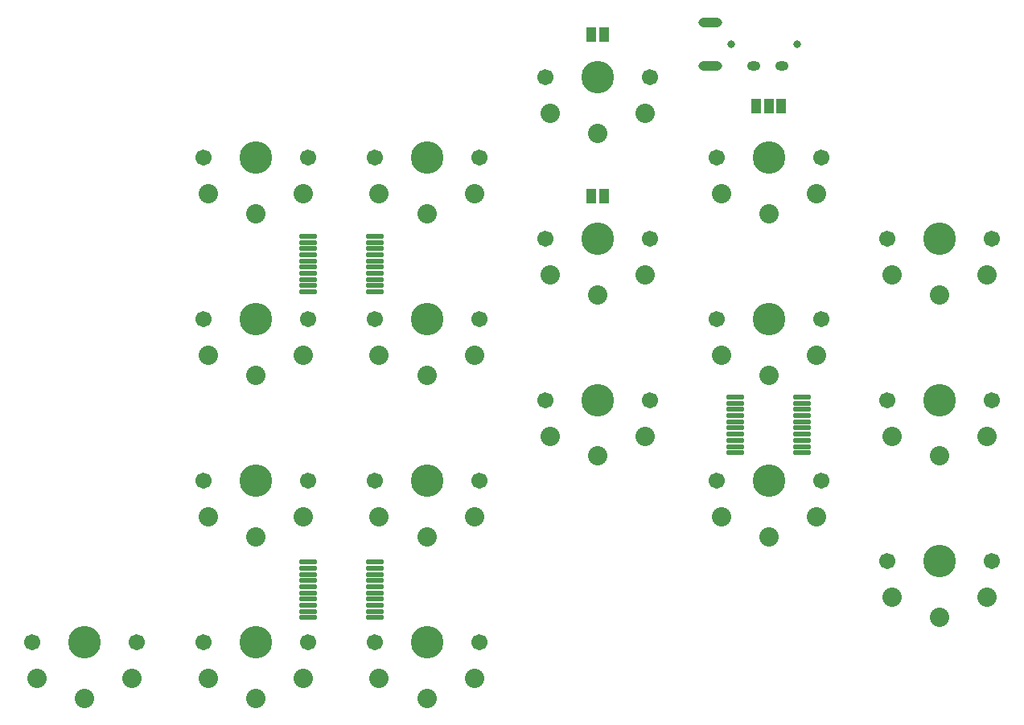
<source format=gbr>
%TF.GenerationSoftware,KiCad,Pcbnew,(6.0.4)*%
%TF.CreationDate,2022-11-15T19:41:09+00:00*%
%TF.ProjectId,pcb_v2,7063625f-7632-42e6-9b69-6361645f7063,rev?*%
%TF.SameCoordinates,Original*%
%TF.FileFunction,Soldermask,Top*%
%TF.FilePolarity,Negative*%
%FSLAX46Y46*%
G04 Gerber Fmt 4.6, Leading zero omitted, Abs format (unit mm)*
G04 Created by KiCad (PCBNEW (6.0.4)) date 2022-11-15 19:41:09*
%MOMM*%
%LPD*%
G01*
G04 APERTURE LIST*
G04 Aperture macros list*
%AMRoundRect*
0 Rectangle with rounded corners*
0 $1 Rounding radius*
0 $2 $3 $4 $5 $6 $7 $8 $9 X,Y pos of 4 corners*
0 Add a 4 corners polygon primitive as box body*
4,1,4,$2,$3,$4,$5,$6,$7,$8,$9,$2,$3,0*
0 Add four circle primitives for the rounded corners*
1,1,$1+$1,$2,$3*
1,1,$1+$1,$4,$5*
1,1,$1+$1,$6,$7*
1,1,$1+$1,$8,$9*
0 Add four rect primitives between the rounded corners*
20,1,$1+$1,$2,$3,$4,$5,0*
20,1,$1+$1,$4,$5,$6,$7,0*
20,1,$1+$1,$6,$7,$8,$9,0*
20,1,$1+$1,$8,$9,$2,$3,0*%
G04 Aperture macros list end*
%ADD10C,3.429000*%
%ADD11C,1.701800*%
%ADD12C,2.032000*%
%ADD13R,1.000000X1.500000*%
%ADD14RoundRect,0.125000X-0.825000X-0.125000X0.825000X-0.125000X0.825000X0.125000X-0.825000X0.125000X0*%
%ADD15C,0.800000*%
%ADD16O,1.400000X1.000000*%
%ADD17O,2.500000X1.000000*%
G04 APERTURE END LIST*
D10*
%TO.C,KEY_B_4*%
X77000000Y-78500000D03*
D11*
X82500000Y-78500000D03*
X71500000Y-78500000D03*
D12*
X77000000Y-84400000D03*
X72000000Y-82300000D03*
X82000000Y-82300000D03*
%TD*%
D10*
%TO.C,KEY_B_2*%
X95000000Y-87000000D03*
D11*
X100500000Y-87000000D03*
X89500000Y-87000000D03*
D12*
X95000000Y-92900000D03*
X90000000Y-90800000D03*
X100000000Y-90800000D03*
%TD*%
D10*
%TO.C,KEY_C_1*%
X131000000Y-121000000D03*
D11*
X136500000Y-121000000D03*
X125500000Y-121000000D03*
D12*
X131000000Y-126900000D03*
X126000000Y-124800000D03*
X136000000Y-124800000D03*
%TD*%
D11*
%TO.C,KEY_A_0*%
X82500000Y-129500000D03*
X71500000Y-129500000D03*
D10*
X77000000Y-129500000D03*
D12*
X77000000Y-135400000D03*
X72000000Y-133300000D03*
X82000000Y-133300000D03*
%TD*%
D13*
%TO.C,JP_SELECT1*%
X114300000Y-73000000D03*
X113000000Y-73000000D03*
X111700000Y-73000000D03*
%TD*%
D11*
%TO.C,KEY_C_3*%
X125500000Y-87000000D03*
D10*
X131000000Y-87000000D03*
D11*
X136500000Y-87000000D03*
D12*
X131000000Y-92900000D03*
X136000000Y-90800000D03*
X126000000Y-90800000D03*
%TD*%
D11*
%TO.C,KEY_C_0*%
X118500000Y-112500000D03*
D10*
X113000000Y-112500000D03*
D11*
X107500000Y-112500000D03*
D12*
X113000000Y-118400000D03*
X108000000Y-116300000D03*
X118000000Y-116300000D03*
%TD*%
D14*
%TO.C,MCP_C1*%
X109490417Y-103698017D03*
X109490417Y-104348017D03*
X109490417Y-104998017D03*
X109490417Y-105648017D03*
X109490417Y-106298017D03*
X109490417Y-106948017D03*
X109490417Y-107598017D03*
X109490417Y-108248017D03*
X109490417Y-108898017D03*
X109490417Y-109548017D03*
X116490417Y-109548017D03*
X116490417Y-108898017D03*
X116490417Y-108248017D03*
X116490417Y-107598017D03*
X116490417Y-106948017D03*
X116490417Y-106298017D03*
X116490417Y-105648017D03*
X116490417Y-104998017D03*
X116490417Y-104348017D03*
X116490417Y-103698017D03*
%TD*%
D11*
%TO.C,KEY_C_2*%
X125500000Y-104000000D03*
X136500000Y-104000000D03*
D10*
X131000000Y-104000000D03*
D12*
X131000000Y-109900000D03*
X126000000Y-107800000D03*
X136000000Y-107800000D03*
%TD*%
D11*
%TO.C,KEY_A_5*%
X64500000Y-95500000D03*
D10*
X59000000Y-95500000D03*
D11*
X53500000Y-95500000D03*
D12*
X59000000Y-101400000D03*
X64000000Y-99300000D03*
X54000000Y-99300000D03*
%TD*%
D11*
%TO.C,KEY_B_1*%
X89500000Y-104000000D03*
X100500000Y-104000000D03*
D10*
X95000000Y-104000000D03*
D12*
X95000000Y-109900000D03*
X90000000Y-107800000D03*
X100000000Y-107800000D03*
%TD*%
D11*
%TO.C,KEY_C_5*%
X107500000Y-95500000D03*
D10*
X113000000Y-95500000D03*
D11*
X118500000Y-95500000D03*
D12*
X113000000Y-101400000D03*
X108000000Y-99300000D03*
X118000000Y-99300000D03*
%TD*%
D15*
%TO.C,JACK1*%
X109012500Y-66500000D03*
X116012500Y-66500000D03*
D16*
X111412500Y-68800000D03*
X114412500Y-68800000D03*
D17*
X106862500Y-64200000D03*
X106862500Y-68800000D03*
%TD*%
D11*
%TO.C,KEY_B_0*%
X82500000Y-95500000D03*
X71500000Y-95500000D03*
D10*
X77000000Y-95500000D03*
D12*
X77000000Y-101400000D03*
X72000000Y-99300000D03*
X82000000Y-99300000D03*
%TD*%
D14*
%TO.C,MCP_A1*%
X64500000Y-121075000D03*
X64500000Y-121725000D03*
X64500000Y-122375000D03*
X64500000Y-123025000D03*
X64500000Y-123675000D03*
X64500000Y-124325000D03*
X64500000Y-124975000D03*
X64500000Y-125625000D03*
X64500000Y-126275000D03*
X64500000Y-126925000D03*
X71500000Y-126925000D03*
X71500000Y-126275000D03*
X71500000Y-125625000D03*
X71500000Y-124975000D03*
X71500000Y-124325000D03*
X71500000Y-123675000D03*
X71500000Y-123025000D03*
X71500000Y-122375000D03*
X71500000Y-121725000D03*
X71500000Y-121075000D03*
%TD*%
D10*
%TO.C,KEY_A_3*%
X77000000Y-112500000D03*
D11*
X82500000Y-112500000D03*
X71500000Y-112500000D03*
D12*
X77000000Y-118400000D03*
X82000000Y-116300000D03*
X72000000Y-116300000D03*
%TD*%
D11*
%TO.C,KEY_A_1*%
X53500000Y-129500000D03*
X64500000Y-129500000D03*
D10*
X59000000Y-129500000D03*
D12*
X59000000Y-135400000D03*
X54000000Y-133300000D03*
X64000000Y-133300000D03*
%TD*%
D10*
%TO.C,KEY_A_2*%
X41000000Y-129500000D03*
D11*
X35500000Y-129500000D03*
X46500000Y-129500000D03*
D12*
X41000000Y-135400000D03*
X36000000Y-133300000D03*
X46000000Y-133300000D03*
%TD*%
D13*
%TO.C,JP_5V_FRONT1*%
X94350000Y-65500000D03*
X95650000Y-65500000D03*
%TD*%
D14*
%TO.C,MCP_B1*%
X64500000Y-86750000D03*
X64500000Y-87400000D03*
X64500000Y-88050000D03*
X64500000Y-88700000D03*
X64500000Y-89350000D03*
X64500000Y-90000000D03*
X64500000Y-90650000D03*
X64500000Y-91300000D03*
X64500000Y-91950000D03*
X64500000Y-92600000D03*
X71500000Y-92600000D03*
X71500000Y-91950000D03*
X71500000Y-91300000D03*
X71500000Y-90650000D03*
X71500000Y-90000000D03*
X71500000Y-89350000D03*
X71500000Y-88700000D03*
X71500000Y-88050000D03*
X71500000Y-87400000D03*
X71500000Y-86750000D03*
%TD*%
D13*
%TO.C,JP_GND_FRONT1*%
X95650000Y-82500000D03*
X94350000Y-82500000D03*
%TD*%
D11*
%TO.C,KEY_B_5*%
X53500000Y-78500000D03*
D10*
X59000000Y-78500000D03*
D11*
X64500000Y-78500000D03*
D12*
X59000000Y-84400000D03*
X64000000Y-82300000D03*
X54000000Y-82300000D03*
%TD*%
D10*
%TO.C,KEY_B_3*%
X95000000Y-70000000D03*
D11*
X100500000Y-70000000D03*
X89500000Y-70000000D03*
D12*
X95000000Y-75900000D03*
X100000000Y-73800000D03*
X90000000Y-73800000D03*
%TD*%
D10*
%TO.C,KEY_C_4*%
X113000000Y-78500000D03*
D11*
X107500000Y-78500000D03*
X118500000Y-78500000D03*
D12*
X113000000Y-84400000D03*
X108000000Y-82300000D03*
X118000000Y-82300000D03*
%TD*%
D11*
%TO.C,KEY_A_4*%
X64500000Y-112500000D03*
D10*
X59000000Y-112500000D03*
D11*
X53500000Y-112500000D03*
D12*
X59000000Y-118400000D03*
X54000000Y-116300000D03*
X64000000Y-116300000D03*
%TD*%
M02*

</source>
